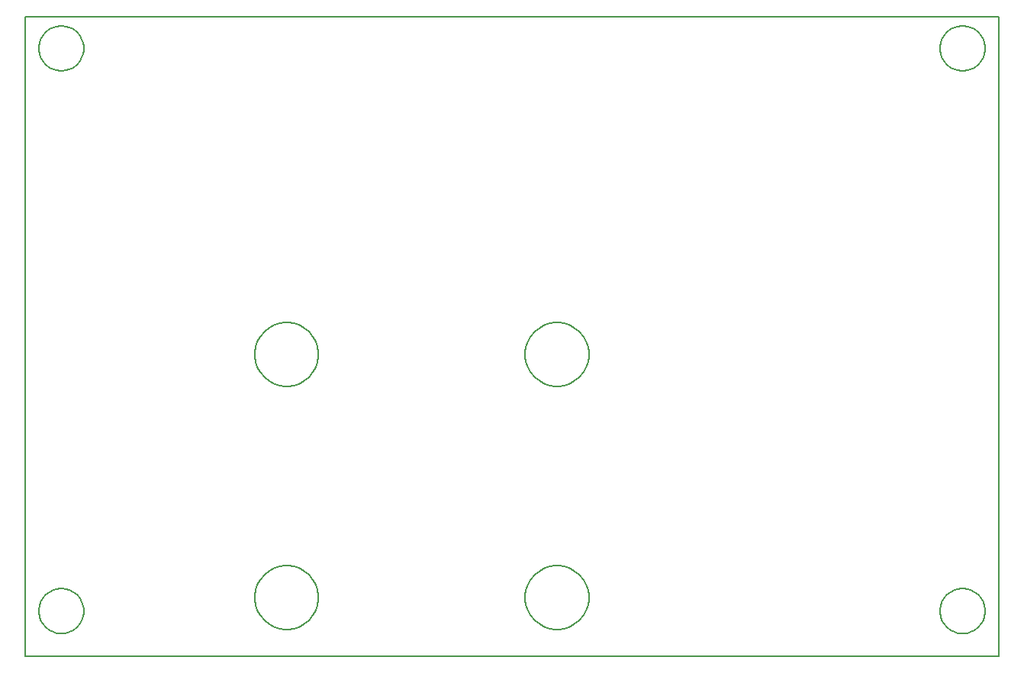
<source format=gbr>
G04 PROTEUS RS274X GERBER FILE*
%FSLAX45Y45*%
%MOMM*%
G01*
%ADD19C,0.203200*%
%TD.AperFunction*%
D19*
X-400000Y-2500000D02*
X+10400000Y-2500000D01*
X+10400000Y+4600000D01*
X-400000Y+4600000D01*
X-400000Y-2500000D01*
X+250000Y-2000000D02*
X+249185Y-1979829D01*
X+242566Y-1939486D01*
X+228753Y-1899143D01*
X+206307Y-1858800D01*
X+172010Y-1818582D01*
X+131667Y-1787482D01*
X+91324Y-1767277D01*
X+50981Y-1755253D01*
X+10638Y-1750226D01*
X+0Y-1750000D01*
X-250000Y-2000000D02*
X-249185Y-1979829D01*
X-242566Y-1939486D01*
X-228753Y-1899143D01*
X-206307Y-1858800D01*
X-172010Y-1818582D01*
X-131667Y-1787482D01*
X-91324Y-1767277D01*
X-50981Y-1755253D01*
X-10638Y-1750226D01*
X+0Y-1750000D01*
X-250000Y-2000000D02*
X-249185Y-2020171D01*
X-242566Y-2060514D01*
X-228753Y-2100857D01*
X-206307Y-2141200D01*
X-172010Y-2181418D01*
X-131667Y-2212518D01*
X-91324Y-2232723D01*
X-50981Y-2244747D01*
X-10638Y-2249774D01*
X+0Y-2250000D01*
X+250000Y-2000000D02*
X+249185Y-2020171D01*
X+242566Y-2060514D01*
X+228753Y-2100857D01*
X+206307Y-2141200D01*
X+172010Y-2181418D01*
X+131667Y-2212518D01*
X+91324Y-2232723D01*
X+50981Y-2244747D01*
X+10638Y-2249774D01*
X+0Y-2250000D01*
X+10250000Y-2000000D02*
X+10249185Y-1979829D01*
X+10242566Y-1939486D01*
X+10228753Y-1899143D01*
X+10206307Y-1858800D01*
X+10172010Y-1818582D01*
X+10131667Y-1787482D01*
X+10091324Y-1767277D01*
X+10050981Y-1755253D01*
X+10010638Y-1750226D01*
X+10000000Y-1750000D01*
X+9750000Y-2000000D02*
X+9750815Y-1979829D01*
X+9757434Y-1939486D01*
X+9771247Y-1899143D01*
X+9793693Y-1858800D01*
X+9827990Y-1818582D01*
X+9868333Y-1787482D01*
X+9908676Y-1767277D01*
X+9949019Y-1755253D01*
X+9989362Y-1750226D01*
X+10000000Y-1750000D01*
X+9750000Y-2000000D02*
X+9750815Y-2020171D01*
X+9757434Y-2060514D01*
X+9771247Y-2100857D01*
X+9793693Y-2141200D01*
X+9827990Y-2181418D01*
X+9868333Y-2212518D01*
X+9908676Y-2232723D01*
X+9949019Y-2244747D01*
X+9989362Y-2249774D01*
X+10000000Y-2250000D01*
X+10250000Y-2000000D02*
X+10249185Y-2020171D01*
X+10242566Y-2060514D01*
X+10228753Y-2100857D01*
X+10206307Y-2141200D01*
X+10172010Y-2181418D01*
X+10131667Y-2212518D01*
X+10091324Y-2232723D01*
X+10050981Y-2244747D01*
X+10010638Y-2249774D01*
X+10000000Y-2250000D01*
X+10250000Y+4250000D02*
X+10249185Y+4270171D01*
X+10242566Y+4310514D01*
X+10228753Y+4350857D01*
X+10206307Y+4391200D01*
X+10172010Y+4431418D01*
X+10131667Y+4462518D01*
X+10091324Y+4482723D01*
X+10050981Y+4494747D01*
X+10010638Y+4499774D01*
X+10000000Y+4500000D01*
X+9750000Y+4250000D02*
X+9750815Y+4270171D01*
X+9757434Y+4310514D01*
X+9771247Y+4350857D01*
X+9793693Y+4391200D01*
X+9827990Y+4431418D01*
X+9868333Y+4462518D01*
X+9908676Y+4482723D01*
X+9949019Y+4494747D01*
X+9989362Y+4499774D01*
X+10000000Y+4500000D01*
X+9750000Y+4250000D02*
X+9750815Y+4229829D01*
X+9757434Y+4189486D01*
X+9771247Y+4149143D01*
X+9793693Y+4108800D01*
X+9827990Y+4068582D01*
X+9868333Y+4037482D01*
X+9908676Y+4017277D01*
X+9949019Y+4005253D01*
X+9989362Y+4000226D01*
X+10000000Y+4000000D01*
X+10250000Y+4250000D02*
X+10249185Y+4229829D01*
X+10242566Y+4189486D01*
X+10228753Y+4149143D01*
X+10206307Y+4108800D01*
X+10172010Y+4068582D01*
X+10131667Y+4037482D01*
X+10091324Y+4017277D01*
X+10050981Y+4005253D01*
X+10010638Y+4000226D01*
X+10000000Y+4000000D01*
X+250000Y+4250000D02*
X+249185Y+4270171D01*
X+242566Y+4310514D01*
X+228753Y+4350857D01*
X+206307Y+4391200D01*
X+172010Y+4431418D01*
X+131667Y+4462518D01*
X+91324Y+4482723D01*
X+50981Y+4494747D01*
X+10638Y+4499774D01*
X+0Y+4500000D01*
X-250000Y+4250000D02*
X-249185Y+4270171D01*
X-242566Y+4310514D01*
X-228753Y+4350857D01*
X-206307Y+4391200D01*
X-172010Y+4431418D01*
X-131667Y+4462518D01*
X-91324Y+4482723D01*
X-50981Y+4494747D01*
X-10638Y+4499774D01*
X+0Y+4500000D01*
X-250000Y+4250000D02*
X-249185Y+4229829D01*
X-242566Y+4189486D01*
X-228753Y+4149143D01*
X-206307Y+4108800D01*
X-172010Y+4068582D01*
X-131667Y+4037482D01*
X-91324Y+4017277D01*
X-50981Y+4005253D01*
X-10638Y+4000226D01*
X+0Y+4000000D01*
X+250000Y+4250000D02*
X+249185Y+4229829D01*
X+242566Y+4189486D01*
X+228753Y+4149143D01*
X+206307Y+4108800D01*
X+172010Y+4068582D01*
X+131667Y+4037482D01*
X+91324Y+4017277D01*
X+50981Y+4005253D01*
X+10638Y+4000226D01*
X+0Y+4000000D01*
X+2853553Y+850000D02*
X+2852430Y+878155D01*
X+2843315Y+934467D01*
X+2824316Y+990779D01*
X+2793521Y+1047091D01*
X+2746596Y+1103358D01*
X+2690284Y+1147979D01*
X+2633972Y+1177187D01*
X+2577660Y+1194918D01*
X+2521348Y+1202908D01*
X+2500000Y+1203553D01*
X+2146447Y+850000D02*
X+2147570Y+878155D01*
X+2156685Y+934467D01*
X+2175684Y+990779D01*
X+2206479Y+1047091D01*
X+2253404Y+1103358D01*
X+2309716Y+1147979D01*
X+2366028Y+1177187D01*
X+2422340Y+1194918D01*
X+2478652Y+1202908D01*
X+2500000Y+1203553D01*
X+2146447Y+850000D02*
X+2147570Y+821845D01*
X+2156685Y+765533D01*
X+2175684Y+709221D01*
X+2206479Y+652909D01*
X+2253404Y+596642D01*
X+2309716Y+552021D01*
X+2366028Y+522813D01*
X+2422340Y+505082D01*
X+2478652Y+497092D01*
X+2500000Y+496447D01*
X+2853553Y+850000D02*
X+2852430Y+821845D01*
X+2843315Y+765533D01*
X+2824316Y+709221D01*
X+2793521Y+652909D01*
X+2746596Y+596642D01*
X+2690284Y+552021D01*
X+2633972Y+522813D01*
X+2577660Y+505082D01*
X+2521348Y+497092D01*
X+2500000Y+496447D01*
X+2853553Y-1850000D02*
X+2852430Y-1821845D01*
X+2843315Y-1765533D01*
X+2824316Y-1709221D01*
X+2793521Y-1652909D01*
X+2746596Y-1596642D01*
X+2690284Y-1552021D01*
X+2633972Y-1522813D01*
X+2577660Y-1505082D01*
X+2521348Y-1497092D01*
X+2500000Y-1496447D01*
X+2146447Y-1850000D02*
X+2147570Y-1821845D01*
X+2156685Y-1765533D01*
X+2175684Y-1709221D01*
X+2206479Y-1652909D01*
X+2253404Y-1596642D01*
X+2309716Y-1552021D01*
X+2366028Y-1522813D01*
X+2422340Y-1505082D01*
X+2478652Y-1497092D01*
X+2500000Y-1496447D01*
X+2146447Y-1850000D02*
X+2147570Y-1878155D01*
X+2156685Y-1934467D01*
X+2175684Y-1990779D01*
X+2206479Y-2047091D01*
X+2253404Y-2103358D01*
X+2309716Y-2147979D01*
X+2366028Y-2177187D01*
X+2422340Y-2194918D01*
X+2478652Y-2202908D01*
X+2500000Y-2203553D01*
X+2853553Y-1850000D02*
X+2852430Y-1878155D01*
X+2843315Y-1934467D01*
X+2824316Y-1990779D01*
X+2793521Y-2047091D01*
X+2746596Y-2103358D01*
X+2690284Y-2147979D01*
X+2633972Y-2177187D01*
X+2577660Y-2194918D01*
X+2521348Y-2202908D01*
X+2500000Y-2203553D01*
X+5853553Y+850000D02*
X+5852430Y+878155D01*
X+5843315Y+934467D01*
X+5824316Y+990779D01*
X+5793521Y+1047091D01*
X+5746596Y+1103358D01*
X+5690284Y+1147979D01*
X+5633972Y+1177187D01*
X+5577660Y+1194918D01*
X+5521348Y+1202908D01*
X+5500000Y+1203553D01*
X+5146447Y+850000D02*
X+5147570Y+878155D01*
X+5156685Y+934467D01*
X+5175684Y+990779D01*
X+5206479Y+1047091D01*
X+5253404Y+1103358D01*
X+5309716Y+1147979D01*
X+5366028Y+1177187D01*
X+5422340Y+1194918D01*
X+5478652Y+1202908D01*
X+5500000Y+1203553D01*
X+5146447Y+850000D02*
X+5147570Y+821845D01*
X+5156685Y+765533D01*
X+5175684Y+709221D01*
X+5206479Y+652909D01*
X+5253404Y+596642D01*
X+5309716Y+552021D01*
X+5366028Y+522813D01*
X+5422340Y+505082D01*
X+5478652Y+497092D01*
X+5500000Y+496447D01*
X+5853553Y+850000D02*
X+5852430Y+821845D01*
X+5843315Y+765533D01*
X+5824316Y+709221D01*
X+5793521Y+652909D01*
X+5746596Y+596642D01*
X+5690284Y+552021D01*
X+5633972Y+522813D01*
X+5577660Y+505082D01*
X+5521348Y+497092D01*
X+5500000Y+496447D01*
X+5853553Y-1850000D02*
X+5852430Y-1821845D01*
X+5843315Y-1765533D01*
X+5824316Y-1709221D01*
X+5793521Y-1652909D01*
X+5746596Y-1596642D01*
X+5690284Y-1552021D01*
X+5633972Y-1522813D01*
X+5577660Y-1505082D01*
X+5521348Y-1497092D01*
X+5500000Y-1496447D01*
X+5146447Y-1850000D02*
X+5147570Y-1821845D01*
X+5156685Y-1765533D01*
X+5175684Y-1709221D01*
X+5206479Y-1652909D01*
X+5253404Y-1596642D01*
X+5309716Y-1552021D01*
X+5366028Y-1522813D01*
X+5422340Y-1505082D01*
X+5478652Y-1497092D01*
X+5500000Y-1496447D01*
X+5146447Y-1850000D02*
X+5147570Y-1878155D01*
X+5156685Y-1934467D01*
X+5175684Y-1990779D01*
X+5206479Y-2047091D01*
X+5253404Y-2103358D01*
X+5309716Y-2147979D01*
X+5366028Y-2177187D01*
X+5422340Y-2194918D01*
X+5478652Y-2202908D01*
X+5500000Y-2203553D01*
X+5853553Y-1850000D02*
X+5852430Y-1878155D01*
X+5843315Y-1934467D01*
X+5824316Y-1990779D01*
X+5793521Y-2047091D01*
X+5746596Y-2103358D01*
X+5690284Y-2147979D01*
X+5633972Y-2177187D01*
X+5577660Y-2194918D01*
X+5521348Y-2202908D01*
X+5500000Y-2203553D01*
M02*

</source>
